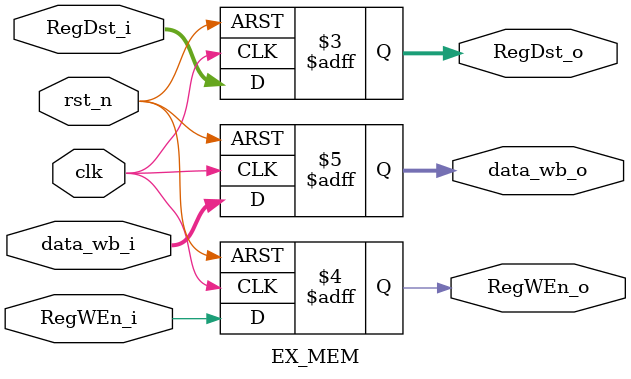
<source format=sv>
module EX_MEM(
    input             clk      ,
    input             rst_n    ,

    input      [4:0]  RegDst_i ,
    input             RegWEn_i ,
    input      [31:0] data_wb_i,

    output reg [4:0]  RegDst_o ,
    output reg        RegWEn_o ,
    output reg [31:0] data_wb_o,

 
);

    always@(posedge clk or negedge rst_n) begin
      if(~rst_n) begin
        RegDst_o  <= 'b0;
        RegWEn_o  <= 'b0;
        data_wb_o <= 'b0;
      end
      else begin
        RegDst_o  <= RegDst_i ;
        RegWEn_o  <= RegWEn_i ;
        data_wb_o <= data_wb_i;
      end
    end

endmodule
</source>
